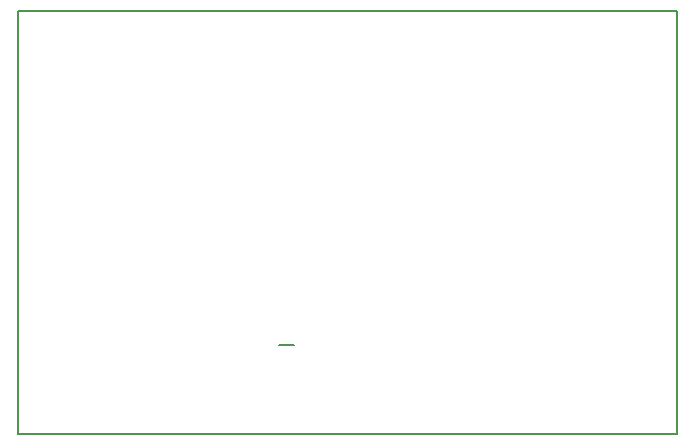
<source format=gbo>
G04 MADE WITH FRITZING*
G04 WWW.FRITZING.ORG*
G04 DOUBLE SIDED*
G04 HOLES PLATED*
G04 CONTOUR ON CENTER OF CONTOUR VECTOR*
%ASAXBY*%
%FSLAX23Y23*%
%MOIN*%
%OFA0B0*%
%SFA1.0B1.0*%
%ADD10R,2.204720X1.417320X2.188720X1.401320*%
%ADD11C,0.008000*%
%LNSILK0*%
G90*
G70*
G54D11*
X4Y1413D02*
X2201Y1413D01*
X2201Y4D01*
X4Y4D01*
X4Y1413D01*
D02*
X875Y300D02*
X925Y300D01*
G04 End of Silk0*
M02*
</source>
